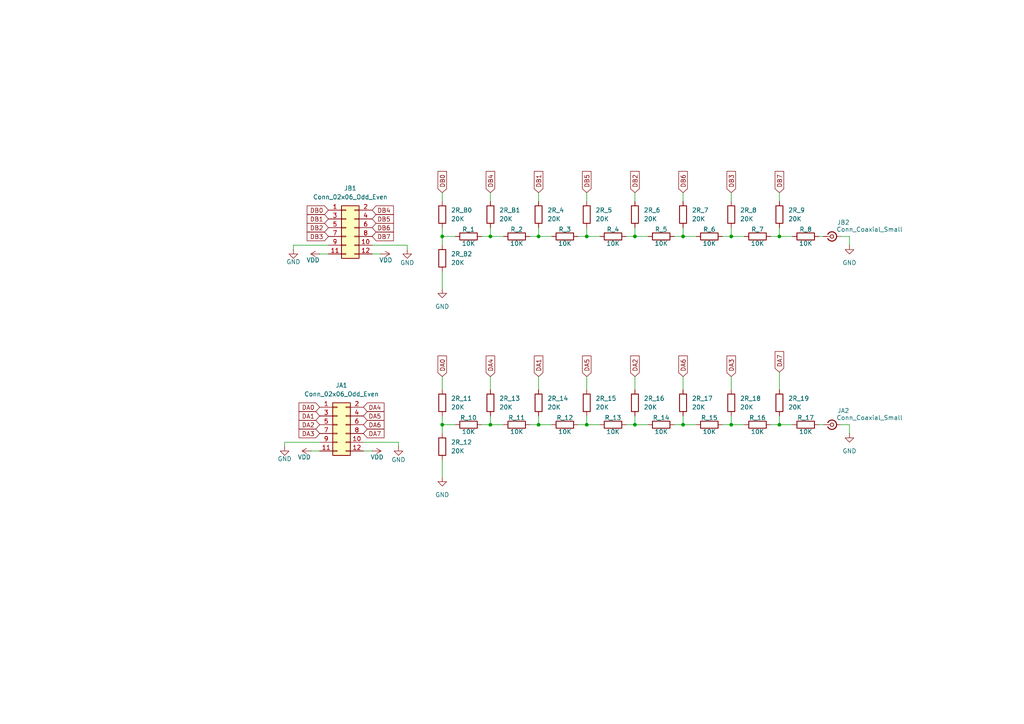
<source format=kicad_sch>
(kicad_sch (version 20250114) (generator "eeschema") (generator_version "9.0")
  (paper "A4")
  (lib_symbols
    (symbol "Connector:Conn_Coaxial_Small" (pin_numbers (hide yes)) (pin_names (offset 1.016) (hide yes))
      (property "Reference" "J" (at 0.254 3.048 0))
      (property "Value" "Conn_Coaxial_Small" (at 0 -3.81 0))
      (symbol "Conn_Coaxial_Small_0_1"
        (polyline (pts (xy -2.54 0) (xy -0.508 0)))
        (circle (center 0 0) (radius 0.508) (stroke (width 0.2032)))
      )
      (symbol "Conn_Coaxial_Small_1_1"
        (arc (start 1.3484 0.0039) (mid 0.327 -1.308) (end -1.1916 -0.6311) (stroke (width 0.3048)))
        (arc (start -1.1916 0.6311) (mid 0.327 1.3081) (end 1.3484 -0.0039) (stroke (width 0.3048)))
        (pin passive line (at -2.54 0 0) (length 1.27) (name "In") (number "1"))
        (pin passive line (at 2.54 0 180) (length 1.27) (name "Ext") (number "2"))
      )
    )
    (symbol "Connector_Generic:Conn_02x06_Odd_Even" (pin_names (offset 1.016) (hide yes))
      (property "Reference" "J" (at 1.27 7.62 0))
      (property "Value" "Conn_02x06_Odd_Even" (at 1.27 -10.16 0))
      (symbol "Conn_02x06_Odd_Even_1_1"
        (rectangle (start -1.27 6.35) (end 3.81 -8.89) (stroke (width 0.254)) (fill (type background)))
        (rectangle (start -1.27 5.207) (end 0 4.953) (stroke (width 0.1524)))
        (rectangle (start -1.27 2.667) (end 0 2.413) (stroke (width 0.1524)))
        (rectangle (start -1.27 0.127) (end 0 -0.127) (stroke (width 0.1524)))
        (rectangle (start -1.27 -2.413) (end 0 -2.667) (stroke (width 0.1524)))
        (rectangle (start -1.27 -4.953) (end 0 -5.207) (stroke (width 0.1524)))
        (rectangle (start -1.27 -7.493) (end 0 -7.747) (stroke (width 0.1524)))
        (rectangle (start 3.81 5.207) (end 2.54 4.953) (stroke (width 0.1524)))
        (rectangle (start 3.81 2.667) (end 2.54 2.413) (stroke (width 0.1524)))
        (rectangle (start 3.81 0.127) (end 2.54 -0.127) (stroke (width 0.1524)))
        (rectangle (start 3.81 -2.413) (end 2.54 -2.667) (stroke (width 0.1524)))
        (rectangle (start 3.81 -4.953) (end 2.54 -5.207) (stroke (width 0.1524)))
        (rectangle (start 3.81 -7.493) (end 2.54 -7.747) (stroke (width 0.1524)))
        (pin passive line (at -5.08 5.08 0) (length 3.81) (name "Pin_1") (number "1"))
        (pin passive line (at -5.08 2.54 0) (length 3.81) (name "Pin_3") (number "3"))
        (pin passive line (at -5.08 0 0) (length 3.81) (name "Pin_5") (number "5"))
        (pin passive line (at -5.08 -2.54 0) (length 3.81) (name "Pin_7") (number "7"))
        (pin passive line (at -5.08 -5.08 0) (length 3.81) (name "Pin_9") (number "9"))
        (pin passive line (at -5.08 -7.62 0) (length 3.81) (name "Pin_11") (number "11"))
        (pin passive line (at 7.62 5.08 180) (length 3.81) (name "Pin_2") (number "2"))
        (pin passive line (at 7.62 2.54 180) (length 3.81) (name "Pin_4") (number "4"))
        (pin passive line (at 7.62 0 180) (length 3.81) (name "Pin_6") (number "6"))
        (pin passive line (at 7.62 -2.54 180) (length 3.81) (name "Pin_8") (number "8"))
        (pin passive line (at 7.62 -5.08 180) (length 3.81) (name "Pin_10") (number "10"))
        (pin passive line (at 7.62 -7.62 180) (length 3.81) (name "Pin_12") (number "12"))
      )
    )
    (symbol "Device:R" (pin_numbers (hide yes)) (pin_names (offset 0))
      (property "Reference" "R" (at 2.032 0 90))
      (property "Value" "R" (at 0 0 90))
      (symbol "R_0_1"
        (rectangle (start -1.016 -2.54) (end 1.016 2.54) (stroke (width 0.254)))
      )
      (symbol "R_1_1"
        (pin passive line (at 0 3.81 270) (length 1.27) (name "~") (number "1"))
        (pin passive line (at 0 -3.81 90) (length 1.27) (name "~") (number "2"))
      )
    )
    (symbol "power:GND" (power) (pin_numbers (hide yes)) (pin_names (offset 0) (hide yes))
      (property "Value" "GND" (at 0 -3.81 0))
      (symbol "GND_0_1"
        (polyline (pts (xy 0 0) (xy 0 -1.27) (xy 1.27 -1.27) (xy 0 -2.54) (xy -1.27 -1.27) (xy 0 -1.27)))
      )
      (symbol "GND_1_1"
        (pin power_in line (at 0 0 270) (length 0) (name "~") (number "1"))
      )
    )
    (symbol "power:VDD" (power) (pin_numbers (hide yes)) (pin_names (offset 0) (hide yes))
      (property "Value" "VDD" (at 0 3.556 0))
      (symbol "VDD_0_1"
        (polyline (pts (xy -0.762 1.27) (xy 0 2.54)))
        (polyline (pts (xy 0 2.54) (xy 0.762 1.27)))
        (polyline (pts (xy 0 0) (xy 0 2.54)))
      )
      (symbol "VDD_1_1"
        (pin power_in line (at 0 0 90) (length 0) (name "~") (number "1"))
      )
    )
  )
  (junction (at 212.09 68.58))
  (junction (at 170.18 68.58))
  (junction (at 184.15 68.58))
  (junction (at 226.06 68.58))
  (junction (at 198.12 68.58))
  (junction (at 156.21 123.19))
  (junction (at 156.21 68.58))
  (junction (at 142.24 123.19))
  (junction (at 142.24 68.58))
  (junction (at 128.27 68.58))
  (junction (at 212.09 123.19))
  (junction (at 198.12 123.19))
  (junction (at 184.15 123.19))
  (junction (at 128.27 123.19))
  (junction (at 170.18 123.19))
  (junction (at 226.06 123.19))
  (wire (pts (xy 142.24 66.04) (xy 142.24 68.58)))
  (wire (pts (xy 128.27 120.65) (xy 128.27 123.19)))
  (wire (pts (xy 156.21 120.65) (xy 156.21 123.19)))
  (wire (pts (xy 90.17 130.81) (xy 92.71 130.81)))
  (wire (pts (xy 226.06 123.19) (xy 229.87 123.19)))
  (wire (pts (xy 212.09 66.04) (xy 212.09 68.58)))
  (wire (pts (xy 246.38 68.58) (xy 246.38 71.12)))
  (wire (pts (xy 85.09 71.12) (xy 95.25 71.12)))
  (wire (pts (xy 118.11 71.12) (xy 118.11 72.39)))
  (wire (pts (xy 156.21 55.88) (xy 156.21 58.42)))
  (wire (pts (xy 142.24 109.22) (xy 142.24 113.03)))
  (wire (pts (xy 170.18 55.88) (xy 170.18 58.42)))
  (wire (pts (xy 128.27 66.04) (xy 128.27 68.58)))
  (wire (pts (xy 212.09 109.22) (xy 212.09 113.03)))
  (wire (pts (xy 223.52 123.19) (xy 226.06 123.19)))
  (wire (pts (xy 212.09 55.88) (xy 212.09 58.42)))
  (wire (pts (xy 128.27 55.88) (xy 128.27 58.42)))
  (wire (pts (xy 128.27 123.19) (xy 128.27 125.73)))
  (wire (pts (xy 226.06 55.88) (xy 226.06 58.42)))
  (wire (pts (xy 107.95 73.66) (xy 110.49 73.66)))
  (wire (pts (xy 226.06 107.95) (xy 226.06 113.03)))
  (wire (pts (xy 243.84 123.19) (xy 246.38 123.19)))
  (wire (pts (xy 170.18 68.58) (xy 173.99 68.58)))
  (wire (pts (xy 181.61 68.58) (xy 184.15 68.58)))
  (wire (pts (xy 142.24 120.65) (xy 142.24 123.19)))
  (wire (pts (xy 170.18 123.19) (xy 173.99 123.19)))
  (wire (pts (xy 209.55 123.19) (xy 212.09 123.19)))
  (wire (pts (xy 195.58 123.19) (xy 198.12 123.19)))
  (wire (pts (xy 181.61 123.19) (xy 184.15 123.19)))
  (wire (pts (xy 170.18 66.04) (xy 170.18 68.58)))
  (wire (pts (xy 198.12 55.88) (xy 198.12 58.42)))
  (wire (pts (xy 184.15 120.65) (xy 184.15 123.19)))
  (wire (pts (xy 82.55 128.27) (xy 92.71 128.27)))
  (wire (pts (xy 237.49 123.19) (xy 238.76 123.19)))
  (wire (pts (xy 226.06 66.04) (xy 226.06 68.58)))
  (wire (pts (xy 128.27 68.58) (xy 132.08 68.58)))
  (wire (pts (xy 184.15 109.22) (xy 184.15 113.03)))
  (wire (pts (xy 128.27 133.35) (xy 128.27 138.43)))
  (wire (pts (xy 209.55 68.58) (xy 212.09 68.58)))
  (wire (pts (xy 198.12 120.65) (xy 198.12 123.19)))
  (wire (pts (xy 170.18 120.65) (xy 170.18 123.19)))
  (wire (pts (xy 184.15 123.19) (xy 187.96 123.19)))
  (wire (pts (xy 246.38 123.19) (xy 246.38 125.73)))
  (wire (pts (xy 128.27 78.74) (xy 128.27 83.82)))
  (wire (pts (xy 212.09 123.19) (xy 215.9 123.19)))
  (wire (pts (xy 128.27 68.58) (xy 128.27 71.12)))
  (wire (pts (xy 142.24 123.19) (xy 146.05 123.19)))
  (wire (pts (xy 223.52 68.58) (xy 226.06 68.58)))
  (wire (pts (xy 85.09 72.39) (xy 85.09 71.12)))
  (wire (pts (xy 153.67 123.19) (xy 156.21 123.19)))
  (wire (pts (xy 226.06 68.58) (xy 229.87 68.58)))
  (wire (pts (xy 184.15 66.04) (xy 184.15 68.58)))
  (wire (pts (xy 82.55 129.54) (xy 82.55 128.27)))
  (wire (pts (xy 212.09 120.65) (xy 212.09 123.19)))
  (wire (pts (xy 156.21 109.22) (xy 156.21 113.03)))
  (wire (pts (xy 128.27 123.19) (xy 132.08 123.19)))
  (wire (pts (xy 226.06 120.65) (xy 226.06 123.19)))
  (wire (pts (xy 128.27 109.22) (xy 128.27 113.03)))
  (wire (pts (xy 198.12 68.58) (xy 201.93 68.58)))
  (wire (pts (xy 184.15 55.88) (xy 184.15 58.42)))
  (wire (pts (xy 243.84 68.58) (xy 246.38 68.58)))
  (wire (pts (xy 184.15 68.58) (xy 187.96 68.58)))
  (wire (pts (xy 153.67 68.58) (xy 156.21 68.58)))
  (wire (pts (xy 167.64 123.19) (xy 170.18 123.19)))
  (wire (pts (xy 139.7 68.58) (xy 142.24 68.58)))
  (wire (pts (xy 156.21 66.04) (xy 156.21 68.58)))
  (wire (pts (xy 105.41 130.81) (xy 107.95 130.81)))
  (wire (pts (xy 142.24 68.58) (xy 146.05 68.58)))
  (wire (pts (xy 156.21 123.19) (xy 160.02 123.19)))
  (wire (pts (xy 212.09 68.58) (xy 215.9 68.58)))
  (wire (pts (xy 237.49 68.58) (xy 238.76 68.58)))
  (wire (pts (xy 105.41 128.27) (xy 115.57 128.27)))
  (wire (pts (xy 107.95 71.12) (xy 118.11 71.12)))
  (wire (pts (xy 198.12 123.19) (xy 201.93 123.19)))
  (wire (pts (xy 115.57 128.27) (xy 115.57 129.54)))
  (wire (pts (xy 92.71 73.66) (xy 95.25 73.66)))
  (wire (pts (xy 195.58 68.58) (xy 198.12 68.58)))
  (wire (pts (xy 198.12 66.04) (xy 198.12 68.58)))
  (wire (pts (xy 167.64 68.58) (xy 170.18 68.58)))
  (wire (pts (xy 142.24 55.88) (xy 142.24 58.42)))
  (wire (pts (xy 139.7 123.19) (xy 142.24 123.19)))
  (wire (pts (xy 170.18 109.22) (xy 170.18 113.03)))
  (wire (pts (xy 198.12 109.22) (xy 198.12 113.03)))
  (wire (pts (xy 156.21 68.58) (xy 160.02 68.58)))
  (global_label "DA7" (shape input) (at 105.41 125.73 0) (property "Intersheetrefs" "${INTERSHEET_REFS}" (effects (hide yes))))
  (global_label "DB2" (shape input) (at 184.15 55.88 90) (property "Intersheetrefs" "${INTERSHEET_REFS}" (effects (hide yes))))
  (global_label "DB0" (shape input) (at 95.25 60.96 180) (property "Intersheetrefs" "${INTERSHEET_REFS}" (effects (hide yes))))
  (global_label "DA1" (shape input) (at 156.21 109.22 90) (property "Intersheetrefs" "${INTERSHEET_REFS}" (effects (hide yes))))
  (global_label "DB6" (shape input) (at 107.95 66.04 0) (property "Intersheetrefs" "${INTERSHEET_REFS}" (effects (hide yes))))
  (global_label "DB5" (shape input) (at 170.18 55.88 90) (property "Intersheetrefs" "${INTERSHEET_REFS}" (effects (hide yes))))
  (global_label "DA2" (shape input) (at 92.71 123.19 180) (property "Intersheetrefs" "${INTERSHEET_REFS}" (effects (hide yes))))
  (global_label "DA5" (shape input) (at 105.41 120.65 0) (property "Intersheetrefs" "${INTERSHEET_REFS}" (effects (hide yes))))
  (global_label "DB1" (shape input) (at 156.21 55.88 90) (property "Intersheetrefs" "${INTERSHEET_REFS}" (effects (hide yes))))
  (global_label "DB4" (shape input) (at 142.24 55.88 90) (property "Intersheetrefs" "${INTERSHEET_REFS}" (effects (hide yes))))
  (global_label "DA0" (shape input) (at 92.71 118.11 180) (property "Intersheetrefs" "${INTERSHEET_REFS}" (effects (hide yes))))
  (global_label "DB4" (shape input) (at 107.95 60.96 0) (property "Intersheetrefs" "${INTERSHEET_REFS}" (effects (hide yes))))
  (global_label "DB1" (shape input) (at 95.25 63.5 180) (property "Intersheetrefs" "${INTERSHEET_REFS}" (effects (hide yes))))
  (global_label "DA4" (shape input) (at 142.24 109.22 90) (property "Intersheetrefs" "${INTERSHEET_REFS}" (effects (hide yes))))
  (global_label "DB7" (shape input) (at 226.06 55.88 90) (property "Intersheetrefs" "${INTERSHEET_REFS}" (effects (hide yes))))
  (global_label "DA1" (shape input) (at 92.71 120.65 180) (property "Intersheetrefs" "${INTERSHEET_REFS}" (effects (hide yes))))
  (global_label "DB3" (shape input) (at 212.09 55.88 90) (property "Intersheetrefs" "${INTERSHEET_REFS}" (effects (hide yes))))
  (global_label "DA2" (shape input) (at 184.15 109.22 90) (property "Intersheetrefs" "${INTERSHEET_REFS}" (effects (hide yes))))
  (global_label "DA4" (shape input) (at 105.41 118.11 0) (property "Intersheetrefs" "${INTERSHEET_REFS}" (effects (hide yes))))
  (global_label "DA3" (shape input) (at 92.71 125.73 180) (property "Intersheetrefs" "${INTERSHEET_REFS}" (effects (hide yes))))
  (global_label "DA0" (shape input) (at 128.27 109.22 90) (property "Intersheetrefs" "${INTERSHEET_REFS}" (effects (hide yes))))
  (global_label "DB5" (shape input) (at 107.95 63.5 0) (property "Intersheetrefs" "${INTERSHEET_REFS}" (effects (hide yes))))
  (global_label "DA3" (shape input) (at 212.09 109.22 90) (property "Intersheetrefs" "${INTERSHEET_REFS}" (effects (hide yes))))
  (global_label "DA6" (shape input) (at 198.12 109.22 90) (property "Intersheetrefs" "${INTERSHEET_REFS}" (effects (hide yes))))
  (global_label "DB0" (shape input) (at 128.27 55.88 90) (property "Intersheetrefs" "${INTERSHEET_REFS}" (effects (hide yes))))
  (global_label "DB7" (shape input) (at 107.95 68.58 0) (property "Intersheetrefs" "${INTERSHEET_REFS}" (effects (hide yes))))
  (global_label "DA7" (shape input) (at 226.06 107.95 90) (property "Intersheetrefs" "${INTERSHEET_REFS}" (effects (hide yes))))
  (global_label "DB2" (shape input) (at 95.25 66.04 180) (property "Intersheetrefs" "${INTERSHEET_REFS}" (effects (hide yes))))
  (global_label "DA5" (shape input) (at 170.18 109.22 90) (property "Intersheetrefs" "${INTERSHEET_REFS}" (effects (hide yes))))
  (global_label "DB6" (shape input) (at 198.12 55.88 90) (property "Intersheetrefs" "${INTERSHEET_REFS}" (effects (hide yes))))
  (global_label "DB3" (shape input) (at 95.25 68.58 180) (property "Intersheetrefs" "${INTERSHEET_REFS}" (effects (hide yes))))
  (global_label "DA6" (shape input) (at 105.41 123.19 0) (property "Intersheetrefs" "${INTERSHEET_REFS}" (effects (hide yes))))
  (symbol (lib_id "Device:R") (at 191.77 123.19 90) (unit 1)
    (property "Reference" "R_14" (at 191.77 121.158 90))
    (property "Value" "10K" (at 191.77 125.222 90))
    (property "Footprint" "Resistor_SMD:R_0805_2012Metric_Pad1.20x1.40mm_HandSolder" (effects (hide yes)))
    (property "Description" "Resistor" (effects (hide yes)))
  )
  (symbol (lib_id "Device:R") (at 163.83 123.19 90) (unit 1)
    (property "Reference" "R_12" (at 163.83 121.158 90))
    (property "Value" "10K" (at 163.83 125.222 90))
    (property "Footprint" "Resistor_SMD:R_0805_2012Metric_Pad1.20x1.40mm_HandSolder" (effects (hide yes)))
    (property "Description" "Resistor" (effects (hide yes)))
  )
  (symbol (lib_id "power:VDD") (at 92.71 73.66 90) (unit 1)
    (property "Reference" "#PWR08" (effects (hide yes)))
    (property "Value" "VDD" (at 92.71 75.438 90) (effects (justify left)))
    (property "Description" "Power symbol creates a global label with name \"VDD\"" (effects (hide yes)))
  )
  (symbol (lib_id "power:GND") (at 115.57 129.54 0) (unit 1)
    (property "Reference" "#PWR012" (effects (hide yes)))
    (property "Value" "GND" (at 115.57 133.35 0))
    (property "Description" "Power symbol creates a global label with name \"GND\" , ground" (effects (hide yes)))
  )
  (symbol (lib_id "power:GND") (at 246.38 125.73 0) (unit 1)
    (property "Reference" "#PWR04" (effects (hide yes)))
    (property "Value" "GND" (at 246.38 130.81 0))
    (property "Description" "Power symbol creates a global label with name \"GND\" , ground" (effects (hide yes)))
  )
  (symbol (lib_id "Device:R") (at 163.83 68.58 90) (unit 1)
    (property "Reference" "R_3" (at 163.83 66.548 90))
    (property "Value" "10K" (at 163.83 70.612 90))
    (property "Footprint" "Resistor_SMD:R_0805_2012Metric_Pad1.20x1.40mm_HandSolder" (effects (hide yes)))
    (property "Description" "Resistor" (effects (hide yes)))
  )
  (symbol (lib_id "Device:R") (at 149.86 123.19 90) (unit 1)
    (property "Reference" "R_11" (at 149.86 121.158 90))
    (property "Value" "10K" (at 149.86 125.222 90))
    (property "Footprint" "Resistor_SMD:R_0805_2012Metric_Pad1.20x1.40mm_HandSolder" (effects (hide yes)))
    (property "Description" "Resistor" (effects (hide yes)))
  )
  (symbol (lib_id "Device:R") (at 219.71 68.58 90) (unit 1)
    (property "Reference" "R_7" (at 219.71 66.548 90))
    (property "Value" "10K" (at 219.71 70.612 90))
    (property "Footprint" "Resistor_SMD:R_0805_2012Metric_Pad1.20x1.40mm_HandSolder" (effects (hide yes)))
    (property "Description" "Resistor" (effects (hide yes)))
  )
  (symbol (lib_id "Device:R") (at 135.89 123.19 90) (unit 1)
    (property "Reference" "R_10" (at 135.89 121.158 90))
    (property "Value" "10K" (at 135.89 125.222 90))
    (property "Footprint" "Resistor_SMD:R_0805_2012Metric_Pad1.20x1.40mm_HandSolder" (effects (hide yes)))
    (property "Description" "Resistor" (effects (hide yes)))
  )
  (symbol (lib_id "Device:R") (at 198.12 116.84 0) (unit 1)
    (property "Reference" "2R_17" (at 200.66 115.5699 0) (effects (justify left)))
    (property "Value" "20K" (at 200.66 118.1099 0) (effects (justify left)))
    (property "Footprint" "Resistor_SMD:R_0805_2012Metric_Pad1.20x1.40mm_HandSolder" (effects (hide yes)))
    (property "Description" "Resistor" (effects (hide yes)))
  )
  (symbol (lib_id "Device:R") (at 128.27 74.93 0) (unit 1)
    (property "Reference" "2R_B2" (at 130.81 73.6599 0) (effects (justify left)))
    (property "Value" "20K" (at 130.81 76.1999 0) (effects (justify left)))
    (property "Footprint" "Resistor_SMD:R_0805_2012Metric_Pad1.20x1.40mm_HandSolder" (effects (hide yes)))
    (property "Description" "Resistor" (effects (hide yes)))
  )
  (symbol (lib_id "power:GND") (at 128.27 83.82 0) (unit 1)
    (property "Reference" "#PWR02" (effects (hide yes)))
    (property "Value" "GND" (at 128.27 88.9 0))
    (property "Description" "Power symbol creates a global label with name \"GND\" , ground" (effects (hide yes)))
  )
  (symbol (lib_id "Connector:Conn_Coaxial_Small") (at 241.3 123.19 0) (unit 1)
    (property "Reference" "JA2" (at 244.602 119.126 0))
    (property "Value" "Conn_Coaxial_Small" (at 252.222 121.158 0))
    (property "Footprint" "Connector_Coaxial:SMA_Wurth_60312002114503_Vertical" (effects (hide yes)))
    (property "Description" "small coaxial connector (BNC, SMA, SMB, SMC, Cinch/RCA, LEMO, ...)" (effects (hide yes)))
  )
  (symbol (lib_id "Device:R") (at 128.27 116.84 0) (unit 1)
    (property "Reference" "2R_11" (at 130.81 115.5699 0) (effects (justify left)))
    (property "Value" "20K" (at 130.81 118.1099 0) (effects (justify left)))
    (property "Footprint" "Resistor_SMD:R_0805_2012Metric_Pad1.20x1.40mm_HandSolder" (effects (hide yes)))
    (property "Description" "Resistor" (effects (hide yes)))
  )
  (symbol (lib_id "Device:R") (at 184.15 116.84 0) (unit 1)
    (property "Reference" "2R_16" (at 186.69 115.5699 0) (effects (justify left)))
    (property "Value" "20K" (at 186.69 118.1099 0) (effects (justify left)))
    (property "Footprint" "Resistor_SMD:R_0805_2012Metric_Pad1.20x1.40mm_HandSolder" (effects (hide yes)))
    (property "Description" "Resistor" (effects (hide yes)))
  )
  (symbol (lib_id "Device:R") (at 233.68 123.19 90) (unit 1)
    (property "Reference" "R_17" (at 233.68 121.158 90))
    (property "Value" "10K" (at 233.68 125.222 90))
    (property "Footprint" "Resistor_SMD:R_0805_2012Metric_Pad1.20x1.40mm_HandSolder" (effects (hide yes)))
    (property "Description" "Resistor" (effects (hide yes)))
  )
  (symbol (lib_id "power:GND") (at 118.11 72.39 0) (unit 1)
    (property "Reference" "#PWR05" (effects (hide yes)))
    (property "Value" "GND" (at 118.11 76.2 0))
    (property "Description" "Power symbol creates a global label with name \"GND\" , ground" (effects (hide yes)))
  )
  (symbol (lib_id "Device:R") (at 170.18 116.84 0) (unit 1)
    (property "Reference" "2R_15" (at 172.72 115.5699 0) (effects (justify left)))
    (property "Value" "20K" (at 172.72 118.1099 0) (effects (justify left)))
    (property "Footprint" "Resistor_SMD:R_0805_2012Metric_Pad1.20x1.40mm_HandSolder" (effects (hide yes)))
    (property "Description" "Resistor" (effects (hide yes)))
  )
  (symbol (lib_id "Device:R") (at 219.71 123.19 90) (unit 1)
    (property "Reference" "R_16" (at 219.71 121.158 90))
    (property "Value" "10K" (at 219.71 125.222 90))
    (property "Footprint" "Resistor_SMD:R_0805_2012Metric_Pad1.20x1.40mm_HandSolder" (effects (hide yes)))
    (property "Description" "Resistor" (effects (hide yes)))
  )
  (symbol (lib_id "Device:R") (at 212.09 116.84 0) (unit 1)
    (property "Reference" "2R_18" (at 214.63 115.5699 0) (effects (justify left)))
    (property "Value" "20K" (at 214.63 118.1099 0) (effects (justify left)))
    (property "Footprint" "Resistor_SMD:R_0805_2012Metric_Pad1.20x1.40mm_HandSolder" (effects (hide yes)))
    (property "Description" "Resistor" (effects (hide yes)))
  )
  (symbol (lib_id "power:GND") (at 82.55 129.54 0) (unit 1)
    (property "Reference" "#PWR09" (effects (hide yes)))
    (property "Value" "GND" (at 82.55 133.096 0))
    (property "Description" "Power symbol creates a global label with name \"GND\" , ground" (effects (hide yes)))
  )
  (symbol (lib_id "Device:R") (at 212.09 62.23 0) (unit 1)
    (property "Reference" "2R_8" (at 214.63 60.9599 0) (effects (justify left)))
    (property "Value" "20K" (at 214.63 63.4999 0) (effects (justify left)))
    (property "Footprint" "Resistor_SMD:R_0805_2012Metric_Pad1.20x1.40mm_HandSolder" (effects (hide yes)))
    (property "Description" "Resistor" (effects (hide yes)))
  )
  (symbol (lib_id "power:GND") (at 128.27 138.43 0) (unit 1)
    (property "Reference" "#PWR03" (effects (hide yes)))
    (property "Value" "GND" (at 128.27 143.51 0))
    (property "Description" "Power symbol creates a global label with name \"GND\" , ground" (effects (hide yes)))
  )
  (symbol (lib_id "Device:R") (at 170.18 62.23 0) (unit 1)
    (property "Reference" "2R_5" (at 172.72 60.9599 0) (effects (justify left)))
    (property "Value" "20K" (at 172.72 63.4999 0) (effects (justify left)))
    (property "Footprint" "Resistor_SMD:R_0805_2012Metric_Pad1.20x1.40mm_HandSolder" (effects (hide yes)))
    (property "Description" "Resistor" (effects (hide yes)))
  )
  (symbol (lib_id "Device:R") (at 226.06 62.23 0) (unit 1)
    (property "Reference" "2R_9" (at 228.6 60.9599 0) (effects (justify left)))
    (property "Value" "20K" (at 228.6 63.4999 0) (effects (justify left)))
    (property "Footprint" "Resistor_SMD:R_0805_2012Metric_Pad1.20x1.40mm_HandSolder" (effects (hide yes)))
    (property "Description" "Resistor" (effects (hide yes)))
  )
  (symbol (lib_id "Device:R") (at 198.12 62.23 0) (unit 1)
    (property "Reference" "2R_7" (at 200.66 60.9599 0) (effects (justify left)))
    (property "Value" "20K" (at 200.66 63.4999 0) (effects (justify left)))
    (property "Footprint" "Resistor_SMD:R_0805_2012Metric_Pad1.20x1.40mm_HandSolder" (effects (hide yes)))
    (property "Description" "Resistor" (effects (hide yes)))
  )
  (symbol (lib_id "Connector_Generic:Conn_02x06_Odd_Even") (at 100.33 66.04 0) (unit 1)
    (property "Reference" "JB1" (at 101.6 54.61 0))
    (property "Value" "Conn_02x06_Odd_Even" (at 101.6 57.15 0))
    (property "Footprint" "Connector_PinHeader_2.54mm:PinHeader_2x06_P2.54mm_Vertical" (effects (hide yes)))
    (property "Description" "Generic connector, double row, 02x06, odd/even pin numbering scheme (row 1 odd numbers, row 2 even numbers), script generated (kicad-library-utils/schlib/autogen/connector/)" (effects (hide yes)))
  )
  (symbol (lib_id "Device:R") (at 191.77 68.58 90) (unit 1)
    (property "Reference" "R_5" (at 191.77 66.548 90))
    (property "Value" "10K" (at 191.77 70.612 90))
    (property "Footprint" "Resistor_SMD:R_0805_2012Metric_Pad1.20x1.40mm_HandSolder" (effects (hide yes)))
    (property "Description" "Resistor" (effects (hide yes)))
  )
  (symbol (lib_id "Device:R") (at 177.8 123.19 90) (unit 1)
    (property "Reference" "R_13" (at 177.8 121.158 90))
    (property "Value" "10K" (at 177.8 125.222 90))
    (property "Footprint" "Resistor_SMD:R_0805_2012Metric_Pad1.20x1.40mm_HandSolder" (effects (hide yes)))
    (property "Description" "Resistor" (effects (hide yes)))
  )
  (symbol (lib_id "Device:R") (at 142.24 116.84 0) (unit 1)
    (property "Reference" "2R_13" (at 144.78 115.5699 0) (effects (justify left)))
    (property "Value" "20K" (at 144.78 118.1099 0) (effects (justify left)))
    (property "Footprint" "Resistor_SMD:R_0805_2012Metric_Pad1.20x1.40mm_HandSolder" (effects (hide yes)))
    (property "Description" "Resistor" (effects (hide yes)))
  )
  (symbol (lib_id "power:VDD") (at 90.17 130.81 90) (unit 1)
    (property "Reference" "#PWR010" (effects (hide yes)))
    (property "Value" "VDD" (at 90.17 132.588 90) (effects (justify left)))
    (property "Description" "Power symbol creates a global label with name \"VDD\"" (effects (hide yes)))
  )
  (symbol (lib_id "Device:R") (at 184.15 62.23 0) (unit 1)
    (property "Reference" "2R_6" (at 186.69 60.9599 0) (effects (justify left)))
    (property "Value" "20K" (at 186.69 63.4999 0) (effects (justify left)))
    (property "Footprint" "Resistor_SMD:R_0805_2012Metric_Pad1.20x1.40mm_HandSolder" (effects (hide yes)))
    (property "Description" "Resistor" (effects (hide yes)))
  )
  (symbol (lib_id "Device:R") (at 226.06 116.84 0) (unit 1)
    (property "Reference" "2R_19" (at 228.6 115.5699 0) (effects (justify left)))
    (property "Value" "20K" (at 228.6 118.1099 0) (effects (justify left)))
    (property "Footprint" "Resistor_SMD:R_0805_2012Metric_Pad1.20x1.40mm_HandSolder" (effects (hide yes)))
    (property "Description" "Resistor" (effects (hide yes)))
  )
  (symbol (lib_id "Device:R") (at 149.86 68.58 90) (unit 1)
    (property "Reference" "R_2" (at 149.86 66.548 90))
    (property "Value" "10K" (at 149.86 70.612 90))
    (property "Footprint" "Resistor_SMD:R_0805_2012Metric_Pad1.20x1.40mm_HandSolder" (effects (hide yes)))
    (property "Description" "Resistor" (effects (hide yes)))
  )
  (symbol (lib_id "Connector:Conn_Coaxial_Small") (at 241.3 68.58 0) (unit 1)
    (property "Reference" "JB2" (at 244.602 64.516 0))
    (property "Value" "Conn_Coaxial_Small" (at 252.222 66.548 0))
    (property "Footprint" "Connector_Coaxial:SMA_Wurth_60312002114503_Vertical" (effects (hide yes)))
    (property "Description" "small coaxial connector (BNC, SMA, SMB, SMC, Cinch/RCA, LEMO, ...)" (effects (hide yes)))
  )
  (symbol (lib_id "power:GND") (at 85.09 72.39 0) (unit 1)
    (property "Reference" "#PWR06" (effects (hide yes)))
    (property "Value" "GND" (at 85.09 75.946 0))
    (property "Description" "Power symbol creates a global label with name \"GND\" , ground" (effects (hide yes)))
  )
  (symbol (lib_id "Device:R") (at 135.89 68.58 90) (unit 1)
    (property "Reference" "R_1" (at 135.89 66.548 90))
    (property "Value" "10K" (at 135.89 70.612 90))
    (property "Footprint" "Resistor_SMD:R_0805_2012Metric_Pad1.20x1.40mm_HandSolder" (effects (hide yes)))
    (property "Description" "Resistor" (effects (hide yes)))
  )
  (symbol (lib_id "Device:R") (at 128.27 129.54 0) (unit 1)
    (property "Reference" "2R_12" (at 130.81 128.2699 0) (effects (justify left)))
    (property "Value" "20K" (at 130.81 130.8099 0) (effects (justify left)))
    (property "Footprint" "Resistor_SMD:R_0805_2012Metric_Pad1.20x1.40mm_HandSolder" (effects (hide yes)))
    (property "Description" "Resistor" (effects (hide yes)))
  )
  (symbol (lib_id "Device:R") (at 177.8 68.58 90) (unit 1)
    (property "Reference" "R_4" (at 177.8 66.548 90))
    (property "Value" "10K" (at 177.8 70.612 90))
    (property "Footprint" "Resistor_SMD:R_0805_2012Metric_Pad1.20x1.40mm_HandSolder" (effects (hide yes)))
    (property "Description" "Resistor" (effects (hide yes)))
  )
  (symbol (lib_id "power:GND") (at 246.38 71.12 0) (unit 1)
    (property "Reference" "#PWR01" (effects (hide yes)))
    (property "Value" "GND" (at 246.38 76.2 0))
    (property "Description" "Power symbol creates a global label with name \"GND\" , ground" (effects (hide yes)))
  )
  (symbol (lib_id "Device:R") (at 128.27 62.23 0) (unit 1)
    (property "Reference" "2R_B0" (at 130.81 60.9599 0) (effects (justify left)))
    (property "Value" "20K" (at 130.81 63.4999 0) (effects (justify left)))
    (property "Footprint" "Resistor_SMD:R_0805_2012Metric_Pad1.20x1.40mm_HandSolder" (effects (hide yes)))
    (property "Description" "Resistor" (effects (hide yes)))
  )
  (symbol (lib_id "Device:R") (at 205.74 123.19 90) (unit 1)
    (property "Reference" "R_15" (at 205.74 121.158 90))
    (property "Value" "10K" (at 205.74 125.222 90))
    (property "Footprint" "Resistor_SMD:R_0805_2012Metric_Pad1.20x1.40mm_HandSolder" (effects (hide yes)))
    (property "Description" "Resistor" (effects (hide yes)))
  )
  (symbol (lib_id "power:VDD") (at 110.49 73.66 270) (unit 1)
    (property "Reference" "#PWR07" (effects (hide yes)))
    (property "Value" "VDD" (at 109.982 75.438 90) (effects (justify left)))
    (property "Description" "Power symbol creates a global label with name \"VDD\"" (effects (hide yes)))
  )
  (symbol (lib_id "Connector_Generic:Conn_02x06_Odd_Even") (at 97.79 123.19 0) (unit 1)
    (property "Reference" "JA1" (at 99.06 111.76 0))
    (property "Value" "Conn_02x06_Odd_Even" (at 99.06 114.3 0))
    (property "Footprint" "Connector_PinHeader_2.54mm:PinHeader_2x06_P2.54mm_Vertical" (effects (hide yes)))
    (property "Description" "Generic connector, double row, 02x06, odd/even pin numbering scheme (row 1 odd numbers, row 2 even numbers), script generated (kicad-library-utils/schlib/autogen/connector/)" (effects (hide yes)))
  )
  (symbol (lib_id "Device:R") (at 156.21 62.23 0) (unit 1)
    (property "Reference" "2R_4" (at 158.75 60.9599 0) (effects (justify left)))
    (property "Value" "20K" (at 158.75 63.4999 0) (effects (justify left)))
    (property "Footprint" "Resistor_SMD:R_0805_2012Metric_Pad1.20x1.40mm_HandSolder" (effects (hide yes)))
    (property "Description" "Resistor" (effects (hide yes)))
  )
  (symbol (lib_id "Device:R") (at 156.21 116.84 0) (unit 1)
    (property "Reference" "2R_14" (at 158.75 115.5699 0) (effects (justify left)))
    (property "Value" "20K" (at 158.75 118.1099 0) (effects (justify left)))
    (property "Footprint" "Resistor_SMD:R_0805_2012Metric_Pad1.20x1.40mm_HandSolder" (effects (hide yes)))
    (property "Description" "Resistor" (effects (hide yes)))
  )
  (symbol (lib_id "Device:R") (at 205.74 68.58 90) (unit 1)
    (property "Reference" "R_6" (at 205.74 66.548 90))
    (property "Value" "10K" (at 205.74 70.612 90))
    (property "Footprint" "Resistor_SMD:R_0805_2012Metric_Pad1.20x1.40mm_HandSolder" (effects (hide yes)))
    (property "Description" "Resistor" (effects (hide yes)))
  )
  (symbol (lib_id "Device:R") (at 233.68 68.58 90) (unit 1)
    (property "Reference" "R_8" (at 233.68 66.548 90))
    (property "Value" "10K" (at 233.68 70.612 90))
    (property "Footprint" "Resistor_SMD:R_0805_2012Metric_Pad1.20x1.40mm_HandSolder" (effects (hide yes)))
    (property "Description" "Resistor" (effects (hide yes)))
  )
  (symbol (lib_id "power:VDD") (at 107.95 130.81 270) (unit 1)
    (property "Reference" "#PWR011" (effects (hide yes)))
    (property "Value" "VDD" (at 107.442 132.588 90) (effects (justify left)))
    (property "Description" "Power symbol creates a global label with name \"VDD\"" (effects (hide yes)))
  )
  (symbol (lib_id "Device:R") (at 142.24 62.23 0) (unit 1)
    (property "Reference" "2R_B1" (at 144.78 60.9599 0) (effects (justify left)))
    (property "Value" "20K" (at 144.78 63.4999 0) (effects (justify left)))
    (property "Footprint" "Resistor_SMD:R_0805_2012Metric_Pad1.20x1.40mm_HandSolder" (effects (hide yes)))
    (property "Description" "Resistor" (effects (hide yes)))
  )
)
</source>
